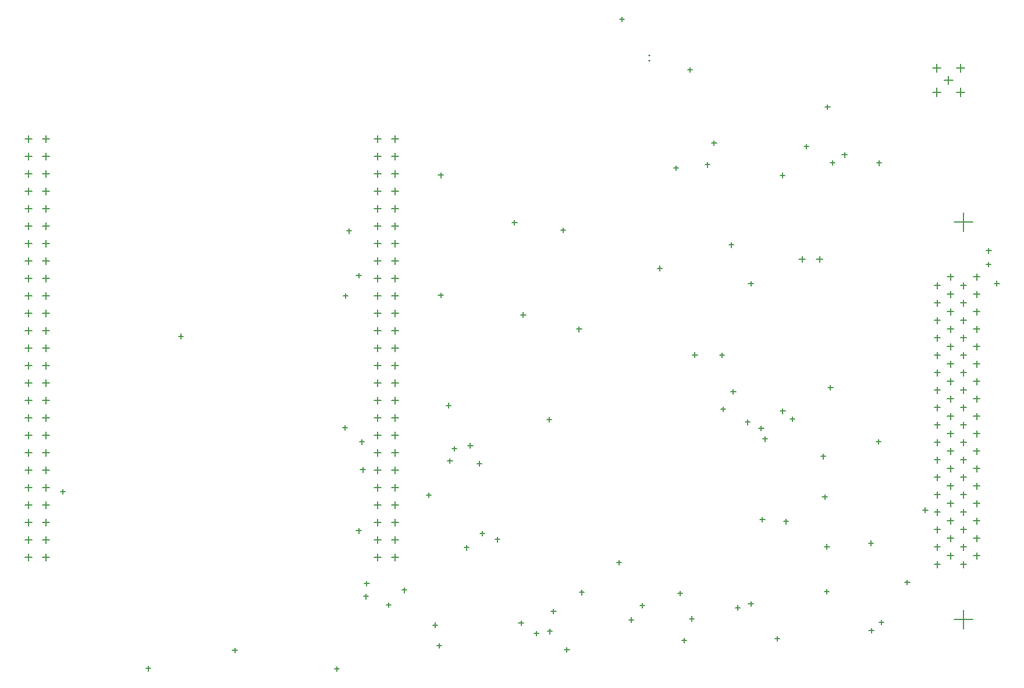
<source format=gbr>
%TF.GenerationSoftware,Altium Limited,Altium Designer,19.0.15 (446)*%
G04 Layer_Color=128*
%FSLAX26Y26*%
%MOIN*%
%TF.FileFunction,Drillmap*%
%TF.Part,Single*%
G01*
G75*
%TA.AperFunction,NonConductor*%
%ADD92C,0.005000*%
D92*
X5434625Y2594089D02*
X5542893D01*
X5488759Y2539956D02*
Y2648223D01*
X5434625Y314168D02*
X5542893D01*
X5488759Y260034D02*
Y368302D01*
X5547047Y2279129D02*
X5580512D01*
X5563780Y2262396D02*
Y2295861D01*
X5547047Y2179129D02*
X5580512D01*
X5563780Y2162396D02*
Y2195861D01*
X5547047Y2079129D02*
X5580512D01*
X5563780Y2062396D02*
Y2095861D01*
X5547047Y1979129D02*
X5580512D01*
X5563780Y1962396D02*
Y1995861D01*
X5547047Y1879129D02*
X5580512D01*
X5563780Y1862396D02*
Y1895861D01*
X5547047Y1779129D02*
X5580512D01*
X5563780Y1762396D02*
Y1795861D01*
X5547047Y1679129D02*
X5580512D01*
X5563780Y1662396D02*
Y1695861D01*
X5547047Y1579129D02*
X5580512D01*
X5563780Y1562396D02*
Y1595861D01*
X5547047Y1479129D02*
X5580512D01*
X5563780Y1462396D02*
Y1495861D01*
X5547047Y1379129D02*
X5580512D01*
X5563780Y1362396D02*
Y1395861D01*
X5547047Y1279129D02*
X5580512D01*
X5563780Y1262396D02*
Y1295861D01*
X5547047Y1179129D02*
X5580512D01*
X5563780Y1162396D02*
Y1195861D01*
X5547047Y1079129D02*
X5580512D01*
X5563780Y1062396D02*
Y1095861D01*
X5547047Y979129D02*
X5580512D01*
X5563780Y962396D02*
Y995861D01*
X5547047Y879129D02*
X5580512D01*
X5563780Y862396D02*
Y895861D01*
X5547047Y779129D02*
X5580512D01*
X5563780Y762396D02*
Y795861D01*
X5472046Y2229129D02*
X5505510D01*
X5488778Y2212396D02*
Y2245861D01*
X5472046Y2129129D02*
X5505510D01*
X5488778Y2112396D02*
Y2145861D01*
X5472046Y2029129D02*
X5505510D01*
X5488778Y2012396D02*
Y2045861D01*
X5472046Y1929129D02*
X5505510D01*
X5488778Y1912396D02*
Y1945861D01*
X5472046Y1829129D02*
X5505510D01*
X5488778Y1812396D02*
Y1845861D01*
X5472046Y1729129D02*
X5505510D01*
X5488778Y1712396D02*
Y1745861D01*
X5472046Y1629129D02*
X5505510D01*
X5488778Y1612396D02*
Y1645861D01*
X5472046Y1529129D02*
X5505510D01*
X5488778Y1512396D02*
Y1545861D01*
X5472046Y1429129D02*
X5505510D01*
X5488778Y1412396D02*
Y1445861D01*
X5472046Y1329129D02*
X5505510D01*
X5488778Y1312396D02*
Y1345861D01*
X5472046Y1229129D02*
X5505510D01*
X5488778Y1212396D02*
Y1245861D01*
X5472046Y1129129D02*
X5505510D01*
X5488778Y1112396D02*
Y1145861D01*
X5472046Y1029129D02*
X5505510D01*
X5488778Y1012396D02*
Y1045861D01*
X5472046Y929129D02*
X5505510D01*
X5488778Y912396D02*
Y945861D01*
X5472046Y829129D02*
X5505510D01*
X5488778Y812396D02*
Y845861D01*
X5472046Y729129D02*
X5505510D01*
X5488778Y712396D02*
Y745861D01*
X5547047Y679129D02*
X5580512D01*
X5563780Y662396D02*
Y695861D01*
X5472046Y629129D02*
X5505510D01*
X5488778Y612396D02*
Y645861D01*
X5397047Y2279129D02*
X5430512D01*
X5413780Y2262396D02*
Y2295861D01*
X5397047Y2179129D02*
X5430512D01*
X5413780Y2162396D02*
Y2195861D01*
X5397047Y2079129D02*
X5430512D01*
X5413780Y2062396D02*
Y2095861D01*
X5397047Y1979129D02*
X5430512D01*
X5413780Y1962396D02*
Y1995861D01*
X5397047Y1879129D02*
X5430512D01*
X5413780Y1862396D02*
Y1895861D01*
X5397047Y1779129D02*
X5430512D01*
X5413780Y1762396D02*
Y1795861D01*
X5397047Y1679129D02*
X5430512D01*
X5413780Y1662396D02*
Y1695861D01*
X5397047Y1579129D02*
X5430512D01*
X5413780Y1562396D02*
Y1595861D01*
X5397047Y1479129D02*
X5430512D01*
X5413780Y1462396D02*
Y1495861D01*
X5397047Y1379129D02*
X5430512D01*
X5413780Y1362396D02*
Y1395861D01*
X5397047Y1279129D02*
X5430512D01*
X5413780Y1262396D02*
Y1295861D01*
X5397047Y1179129D02*
X5430512D01*
X5413780Y1162396D02*
Y1195861D01*
X5397047Y1079129D02*
X5430512D01*
X5413780Y1062396D02*
Y1095861D01*
X5397047Y979129D02*
X5430512D01*
X5413780Y962396D02*
Y995861D01*
X5397047Y879129D02*
X5430512D01*
X5413780Y862396D02*
Y895861D01*
X5397047Y779129D02*
X5430512D01*
X5413780Y762396D02*
Y795861D01*
X5397047Y679129D02*
X5430512D01*
X5413780Y662396D02*
Y695861D01*
X5322046Y2229129D02*
X5355510D01*
X5338778Y2212396D02*
Y2245861D01*
X5322046Y2129129D02*
X5355510D01*
X5338778Y2112396D02*
Y2145861D01*
X5322046Y2029129D02*
X5355510D01*
X5338778Y2012396D02*
Y2045861D01*
X5322046Y1929129D02*
X5355510D01*
X5338778Y1912396D02*
Y1945861D01*
X5322046Y1829129D02*
X5355510D01*
X5338778Y1812396D02*
Y1845861D01*
X5322046Y1729129D02*
X5355510D01*
X5338778Y1712396D02*
Y1745861D01*
X5322046Y1629129D02*
X5355510D01*
X5338778Y1612396D02*
Y1645861D01*
X5322046Y1529129D02*
X5355510D01*
X5338778Y1512396D02*
Y1545861D01*
X5322046Y1429129D02*
X5355510D01*
X5338778Y1412396D02*
Y1445861D01*
X5322046Y1329129D02*
X5355510D01*
X5338778Y1312396D02*
Y1345861D01*
X5322046Y1229129D02*
X5355510D01*
X5338778Y1212396D02*
Y1245861D01*
X5322046Y1129129D02*
X5355510D01*
X5338778Y1112396D02*
Y1145861D01*
X5322046Y1029129D02*
X5355510D01*
X5338778Y1012396D02*
Y1045861D01*
X5322046Y929129D02*
X5355510D01*
X5338778Y912396D02*
Y945861D01*
X5322046Y829129D02*
X5355510D01*
X5338778Y812396D02*
Y845861D01*
X5322046Y729129D02*
X5355510D01*
X5338778Y712396D02*
Y745861D01*
X5322046Y629129D02*
X5355510D01*
X5338778Y612396D02*
Y645861D01*
X2110945Y670119D02*
X2151890D01*
X2131417Y649646D02*
Y690591D01*
X2110945Y770119D02*
X2151890D01*
X2131417Y749646D02*
Y790591D01*
X2110945Y870119D02*
X2151890D01*
X2131417Y849646D02*
Y890591D01*
X2110945Y970119D02*
X2151890D01*
X2131417Y949646D02*
Y990591D01*
X2110945Y1070119D02*
X2151890D01*
X2131417Y1049646D02*
Y1090591D01*
X2110945Y1170119D02*
X2151890D01*
X2131417Y1149646D02*
Y1190591D01*
X2110945Y1270119D02*
X2151890D01*
X2131417Y1249646D02*
Y1290591D01*
X2110945Y1370119D02*
X2151890D01*
X2131417Y1349646D02*
Y1390591D01*
X2110945Y1470119D02*
X2151890D01*
X2131417Y1449646D02*
Y1490591D01*
X2110945Y1570119D02*
X2151890D01*
X2131417Y1549646D02*
Y1590591D01*
X2110945Y1670119D02*
X2151890D01*
X2131417Y1649646D02*
Y1690591D01*
X2110945Y1770119D02*
X2151890D01*
X2131417Y1749646D02*
Y1790591D01*
X2110945Y1870119D02*
X2151890D01*
X2131417Y1849646D02*
Y1890591D01*
X2110945Y1970119D02*
X2151890D01*
X2131417Y1949646D02*
Y1990591D01*
X2110945Y2070119D02*
X2151890D01*
X2131417Y2049646D02*
Y2090591D01*
X2110945Y2170119D02*
X2151890D01*
X2131417Y2149646D02*
Y2190591D01*
X2110945Y2270119D02*
X2151890D01*
X2131417Y2249646D02*
Y2290591D01*
X2110945Y2370119D02*
X2151890D01*
X2131417Y2349646D02*
Y2390591D01*
X2110945Y2470119D02*
X2151890D01*
X2131417Y2449646D02*
Y2490591D01*
X2110945Y2570119D02*
X2151890D01*
X2131417Y2549646D02*
Y2590591D01*
X2110945Y2670119D02*
X2151890D01*
X2131417Y2649646D02*
Y2690591D01*
X2110945Y2770119D02*
X2151890D01*
X2131417Y2749646D02*
Y2790591D01*
X2110945Y2870119D02*
X2151890D01*
X2131417Y2849646D02*
Y2890591D01*
X2110945Y2970119D02*
X2151890D01*
X2131417Y2949646D02*
Y2990591D01*
X2110945Y3070119D02*
X2151890D01*
X2131417Y3049646D02*
Y3090591D01*
X2210945Y670119D02*
X2251890D01*
X2231417Y649646D02*
Y690591D01*
X2210945Y770119D02*
X2251890D01*
X2231417Y749646D02*
Y790591D01*
X2210945Y870119D02*
X2251890D01*
X2231417Y849646D02*
Y890591D01*
X2210945Y970119D02*
X2251890D01*
X2231417Y949646D02*
Y990591D01*
X2210945Y1070119D02*
X2251890D01*
X2231417Y1049646D02*
Y1090591D01*
X2210945Y1170119D02*
X2251890D01*
X2231417Y1149646D02*
Y1190591D01*
X2210945Y1270119D02*
X2251890D01*
X2231417Y1249646D02*
Y1290591D01*
X2210945Y1370119D02*
X2251890D01*
X2231417Y1349646D02*
Y1390591D01*
X2210945Y1470119D02*
X2251890D01*
X2231417Y1449646D02*
Y1490591D01*
X2210945Y1570119D02*
X2251890D01*
X2231417Y1549646D02*
Y1590591D01*
X2210945Y1670119D02*
X2251890D01*
X2231417Y1649646D02*
Y1690591D01*
X2210945Y1770119D02*
X2251890D01*
X2231417Y1749646D02*
Y1790591D01*
X2210945Y1870119D02*
X2251890D01*
X2231417Y1849646D02*
Y1890591D01*
X2210945Y1970119D02*
X2251890D01*
X2231417Y1949646D02*
Y1990591D01*
X2210945Y2070119D02*
X2251890D01*
X2231417Y2049646D02*
Y2090591D01*
X2210945Y2170119D02*
X2251890D01*
X2231417Y2149646D02*
Y2190591D01*
X2210945Y2270119D02*
X2251890D01*
X2231417Y2249646D02*
Y2290591D01*
X2210945Y2370119D02*
X2251890D01*
X2231417Y2349646D02*
Y2390591D01*
X2210945Y2470119D02*
X2251890D01*
X2231417Y2449646D02*
Y2490591D01*
X2210945Y2570119D02*
X2251890D01*
X2231417Y2549646D02*
Y2590591D01*
X2210945Y2670119D02*
X2251890D01*
X2231417Y2649646D02*
Y2690591D01*
X2210945Y2770119D02*
X2251890D01*
X2231417Y2749646D02*
Y2790591D01*
X2210945Y2870119D02*
X2251890D01*
X2231417Y2849646D02*
Y2890591D01*
X2210945Y2970119D02*
X2251890D01*
X2231417Y2949646D02*
Y2990591D01*
X2210945Y3070119D02*
X2251890D01*
X2231417Y3049646D02*
Y3090591D01*
X110945Y670119D02*
X151890D01*
X131417Y649646D02*
Y690591D01*
X110945Y770119D02*
X151890D01*
X131417Y749646D02*
Y790591D01*
X110945Y870119D02*
X151890D01*
X131417Y849646D02*
Y890591D01*
X110945Y970119D02*
X151890D01*
X131417Y949646D02*
Y990591D01*
X110945Y1070119D02*
X151890D01*
X131417Y1049646D02*
Y1090591D01*
X110945Y1170119D02*
X151890D01*
X131417Y1149646D02*
Y1190591D01*
X110945Y1270119D02*
X151890D01*
X131417Y1249646D02*
Y1290591D01*
X110945Y1370119D02*
X151890D01*
X131417Y1349646D02*
Y1390591D01*
X110945Y1470119D02*
X151890D01*
X131417Y1449646D02*
Y1490591D01*
X110945Y1570119D02*
X151890D01*
X131417Y1549646D02*
Y1590591D01*
X110945Y1670119D02*
X151890D01*
X131417Y1649646D02*
Y1690591D01*
X110945Y1770119D02*
X151890D01*
X131417Y1749646D02*
Y1790591D01*
X110945Y1870119D02*
X151890D01*
X131417Y1849646D02*
Y1890591D01*
X110945Y1970119D02*
X151890D01*
X131417Y1949646D02*
Y1990591D01*
X110945Y2070119D02*
X151890D01*
X131417Y2049646D02*
Y2090591D01*
X110945Y2170119D02*
X151890D01*
X131417Y2149646D02*
Y2190591D01*
X110945Y2270119D02*
X151890D01*
X131417Y2249646D02*
Y2290591D01*
X110945Y2370119D02*
X151890D01*
X131417Y2349646D02*
Y2390591D01*
X110945Y2470119D02*
X151890D01*
X131417Y2449646D02*
Y2490591D01*
X110945Y2570119D02*
X151890D01*
X131417Y2549646D02*
Y2590591D01*
X110945Y2670119D02*
X151890D01*
X131417Y2649646D02*
Y2690591D01*
X110945Y2770119D02*
X151890D01*
X131417Y2749646D02*
Y2790591D01*
X110945Y2870119D02*
X151890D01*
X131417Y2849646D02*
Y2890591D01*
X110945Y2970119D02*
X151890D01*
X131417Y2949646D02*
Y2990591D01*
X110945Y3070119D02*
X151890D01*
X131417Y3049646D02*
Y3090591D01*
X210945Y670119D02*
X251890D01*
X231417Y649646D02*
Y690591D01*
X210945Y770119D02*
X251890D01*
X231417Y749646D02*
Y790591D01*
X210945Y870119D02*
X251890D01*
X231417Y849646D02*
Y890591D01*
X210945Y970119D02*
X251890D01*
X231417Y949646D02*
Y990591D01*
X210945Y1070119D02*
X251890D01*
X231417Y1049646D02*
Y1090591D01*
X210945Y1170119D02*
X251890D01*
X231417Y1149646D02*
Y1190591D01*
X210945Y1270119D02*
X251890D01*
X231417Y1249646D02*
Y1290591D01*
X210945Y1370119D02*
X251890D01*
X231417Y1349646D02*
Y1390591D01*
X210945Y1470119D02*
X251890D01*
X231417Y1449646D02*
Y1490591D01*
X210945Y1570119D02*
X251890D01*
X231417Y1549646D02*
Y1590591D01*
X210945Y1670119D02*
X251890D01*
X231417Y1649646D02*
Y1690591D01*
X210945Y1770119D02*
X251890D01*
X231417Y1749646D02*
Y1790591D01*
X210945Y1870119D02*
X251890D01*
X231417Y1849646D02*
Y1890591D01*
X210945Y1970119D02*
X251890D01*
X231417Y1949646D02*
Y1990591D01*
X210945Y2070119D02*
X251890D01*
X231417Y2049646D02*
Y2090591D01*
X210945Y2170119D02*
X251890D01*
X231417Y2149646D02*
Y2190591D01*
X210945Y2270119D02*
X251890D01*
X231417Y2249646D02*
Y2290591D01*
X210945Y2370119D02*
X251890D01*
X231417Y2349646D02*
Y2390591D01*
X210945Y2470119D02*
X251890D01*
X231417Y2449646D02*
Y2490591D01*
X210945Y2570119D02*
X251890D01*
X231417Y2549646D02*
Y2590591D01*
X210945Y2670119D02*
X251890D01*
X231417Y2649646D02*
Y2690591D01*
X210945Y2770119D02*
X251890D01*
X231417Y2749646D02*
Y2790591D01*
X210945Y2870119D02*
X251890D01*
X231417Y2849646D02*
Y2890591D01*
X210945Y2970119D02*
X251890D01*
X231417Y2949646D02*
Y2990591D01*
X210945Y3070119D02*
X251890D01*
X231417Y3049646D02*
Y3090591D01*
X5380009Y3408573D02*
X5427253D01*
X5403631Y3384952D02*
Y3432195D01*
X5310412Y3478171D02*
X5357656D01*
X5334034Y3454549D02*
Y3501793D01*
X5310412Y3338976D02*
X5357656D01*
X5334034Y3315354D02*
Y3362598D01*
X5449606Y3478171D02*
X5496850D01*
X5473228Y3454549D02*
Y3501793D01*
X5449606Y3338976D02*
X5496850D01*
X5473228Y3315354D02*
Y3362598D01*
X4646457Y2380710D02*
X4681890D01*
X4664173Y2362993D02*
Y2398426D01*
X4546457Y2380710D02*
X4581890D01*
X4564173Y2362993D02*
Y2398426D01*
X3685354Y3519804D02*
X3693228D01*
X3689291Y3515867D02*
Y3523741D01*
X3685354Y3550552D02*
X3693228D01*
X3689291Y3546615D02*
Y3554489D01*
X5449606Y3338976D02*
X5496850D01*
X5473228Y3315354D02*
Y3362598D01*
X5449606Y3478171D02*
X5496850D01*
X5473228Y3454549D02*
Y3501793D01*
X5380009Y3408573D02*
X5427253D01*
X5403631Y3384952D02*
Y3432195D01*
X5310412Y3478171D02*
X5357656D01*
X5334034Y3454549D02*
Y3501793D01*
X5310412Y3338976D02*
X5357656D01*
X5334034Y3315354D02*
Y3362598D01*
X3101748Y1461417D02*
X3129748D01*
X3115748Y1447417D02*
Y1475417D01*
X3517496Y3756692D02*
X3545496D01*
X3531496Y3742692D02*
Y3770692D01*
X4723795Y2933465D02*
X4751795D01*
X4737795Y2919465D02*
Y2947465D01*
X4793087Y2979528D02*
X4821087D01*
X4807087Y2965528D02*
Y2993528D01*
X4046214Y3048012D02*
X4074214D01*
X4060214Y3034012D02*
Y3062012D01*
X4575173Y3026772D02*
X4603173D01*
X4589173Y3012772D02*
Y3040772D01*
X3908442Y3468110D02*
X3936442D01*
X3922442Y3454110D02*
Y3482110D01*
X3827338Y2904756D02*
X3855338D01*
X3841338Y2890756D02*
Y2918756D01*
X4437575Y2862205D02*
X4465575D01*
X4451575Y2848205D02*
Y2876205D01*
X4008834Y2922834D02*
X4036834D01*
X4022834Y2908834D02*
Y2936834D01*
X4696236Y3254724D02*
X4724236D01*
X4710236Y3240724D02*
Y3268724D01*
X2033638Y1172835D02*
X2061638D01*
X2047638Y1158835D02*
Y1186835D01*
X2532457Y1224803D02*
X2560457D01*
X2546457Y1210803D02*
Y1238803D01*
X2649386Y1312205D02*
X2677386D01*
X2663386Y1298205D02*
Y1326205D01*
X2700567Y1209055D02*
X2728567D01*
X2714567Y1195055D02*
Y1223055D01*
X2558441Y1294488D02*
X2586441D01*
X2572441Y1280488D02*
Y1308488D01*
X4439150Y1509449D02*
X4467150D01*
X4453150Y1495449D02*
Y1523449D01*
X4458047Y876378D02*
X4486047D01*
X4472047Y862378D02*
Y890378D01*
X4680095Y1016535D02*
X4708095D01*
X4694095Y1002535D02*
Y1030535D01*
X4670646Y1249213D02*
X4698646D01*
X4684646Y1235213D02*
Y1263213D01*
X5152535Y528346D02*
X5180535D01*
X5166535Y514346D02*
Y542346D01*
X4256708Y404000D02*
X4284708D01*
X4270708Y390000D02*
Y418000D01*
X4180960Y381834D02*
X4208960D01*
X4194960Y367834D02*
Y395834D01*
X3287181Y469291D02*
X3315181D01*
X3301181Y455291D02*
Y483291D01*
X5256079Y942126D02*
X5284079D01*
X5270079Y928126D02*
Y956126D01*
X3936000Y1832000D02*
X3964000D01*
X3950000Y1818000D02*
Y1846000D01*
X3104898Y246063D02*
X3132898D01*
X3118898Y232063D02*
Y260063D01*
X3126157Y360630D02*
X3154157D01*
X3140157Y346630D02*
Y374630D01*
X3202535Y141339D02*
X3230535D01*
X3216535Y127339D02*
Y155339D01*
X1884819Y31244D02*
X1912819D01*
X1898819Y17244D02*
Y45244D01*
X804898Y33071D02*
X832898D01*
X818898Y19071D02*
Y47071D01*
X2472220Y163386D02*
X2500220D01*
X2486220Y149386D02*
Y177386D01*
X1300173Y136614D02*
X1328173D01*
X1314173Y122614D02*
Y150614D01*
X4144000Y2463000D02*
X4172000D01*
X4158000Y2449000D02*
Y2477000D01*
X4713000Y1645000D02*
X4741000D01*
X4727000Y1631000D02*
Y1659000D01*
X1934000Y2170120D02*
X1962000D01*
X1948000Y2156120D02*
Y2184120D01*
X3635000Y395000D02*
X3663000D01*
X3649000Y381000D02*
Y409000D01*
X4092000Y1830000D02*
X4120000D01*
X4106000Y1816000D02*
Y1844000D01*
X4238016Y1445984D02*
X4266016D01*
X4252016Y1431984D02*
Y1459984D01*
X4323000Y887000D02*
X4351000D01*
X4337000Y873000D02*
Y901000D01*
X315000Y1048000D02*
X343000D01*
X329000Y1034000D02*
Y1062000D01*
X4947000Y250000D02*
X4975000D01*
X4961000Y236000D02*
Y264000D01*
X2052000Y446000D02*
X2080000D01*
X2066000Y432000D02*
Y460000D01*
X2010000Y2288000D02*
X2038000D01*
X2024000Y2274000D02*
Y2302000D01*
X2010000Y823000D02*
X2038000D01*
X2024000Y809000D02*
Y837000D01*
X5618000Y2350000D02*
X5646000D01*
X5632000Y2336000D02*
Y2364000D01*
X2272000Y483000D02*
X2300000D01*
X2286000Y469000D02*
Y497000D01*
X2182000Y397000D02*
X2210000D01*
X2196000Y383000D02*
Y411000D01*
X2719000Y808000D02*
X2747000D01*
X2733000Y794000D02*
Y822000D01*
X2805000Y773000D02*
X2833000D01*
X2819000Y759000D02*
Y787000D01*
X4338000Y1349212D02*
X4366000D01*
X4352000Y1335212D02*
Y1363212D01*
X2524000Y1542000D02*
X2552000D01*
X2538000Y1528000D02*
Y1556000D01*
X4316000Y1410000D02*
X4344000D01*
X4330000Y1396000D02*
Y1424000D01*
X2940234Y295000D02*
X2968234D01*
X2954234Y281000D02*
Y309000D01*
X4944000Y752000D02*
X4972000D01*
X4958000Y738000D02*
Y766000D01*
X4988000Y1334000D02*
X5016000D01*
X5002000Y1320000D02*
Y1348000D01*
X992000Y1939000D02*
X1020000D01*
X1006000Y1925000D02*
Y1953000D01*
X3735000Y2329000D02*
X3763000D01*
X3749000Y2315000D02*
Y2343000D01*
X3029000Y235000D02*
X3057000D01*
X3043000Y221000D02*
Y249000D01*
X3572000Y312000D02*
X3600000D01*
X3586000Y298000D02*
Y326000D01*
X3874000Y194000D02*
X3902000D01*
X3888000Y180000D02*
Y208000D01*
X4693000Y732000D02*
X4721000D01*
X4707000Y718000D02*
Y746000D01*
X4495000Y1465000D02*
X4523000D01*
X4509000Y1451000D02*
Y1479000D01*
X1955000Y2543000D02*
X1983000D01*
X1969000Y2529000D02*
Y2557000D01*
X4256914Y2241086D02*
X4284914D01*
X4270914Y2227086D02*
Y2255086D01*
X5666000Y2242000D02*
X5694000D01*
X5680000Y2228000D02*
Y2256000D01*
X2903000Y2590000D02*
X2931000D01*
X2917000Y2576000D02*
Y2604000D01*
X3502000Y640000D02*
X3530000D01*
X3516000Y626000D02*
Y654000D01*
X4098000Y1521000D02*
X4126000D01*
X4112000Y1507000D02*
Y1535000D01*
X4156000Y1620000D02*
X4184000D01*
X4170000Y1606000D02*
Y1634000D01*
X4409000Y205000D02*
X4437000D01*
X4423000Y191000D02*
Y219000D01*
X2448000Y282000D02*
X2476000D01*
X2462000Y268000D02*
Y296000D01*
X3852000Y465000D02*
X3880000D01*
X3866000Y451000D02*
Y479000D01*
X2056156Y521000D02*
X2084156D01*
X2070156Y507000D02*
Y535000D01*
X2028000Y1333000D02*
X2056000D01*
X2042000Y1319000D02*
Y1347000D01*
X1931000Y1414000D02*
X1959000D01*
X1945000Y1400000D02*
Y1428000D01*
X2629000Y726000D02*
X2657000D01*
X2643000Y712000D02*
Y740000D01*
X2411000Y1027000D02*
X2439000D01*
X2425000Y1013000D02*
Y1041000D01*
X5005000Y298000D02*
X5033000D01*
X5019000Y284000D02*
Y312000D01*
X4991394Y2933008D02*
X5019394D01*
X5005394Y2919008D02*
Y2947008D01*
X3181000Y2548000D02*
X3209000D01*
X3195000Y2534000D02*
Y2562000D01*
X2480000Y2863000D02*
X2508000D01*
X2494000Y2849000D02*
Y2877000D01*
X2480000Y2174000D02*
X2508000D01*
X2494000Y2160000D02*
Y2188000D01*
X3918000Y319000D02*
X3946000D01*
X3932000Y305000D02*
Y333000D01*
X4692000Y474000D02*
X4720000D01*
X4706000Y460000D02*
Y488000D01*
X5619500Y2429500D02*
X5647500D01*
X5633500Y2415500D02*
Y2443500D01*
X3272472Y1979528D02*
X3300472D01*
X3286472Y1965528D02*
Y1993528D01*
X2953000Y2062000D02*
X2981000D01*
X2967000Y2048000D02*
Y2076000D01*
%TF.MD5,b4a81d48aa8b13284eb6d10e3d8e96e3*%
M02*

</source>
